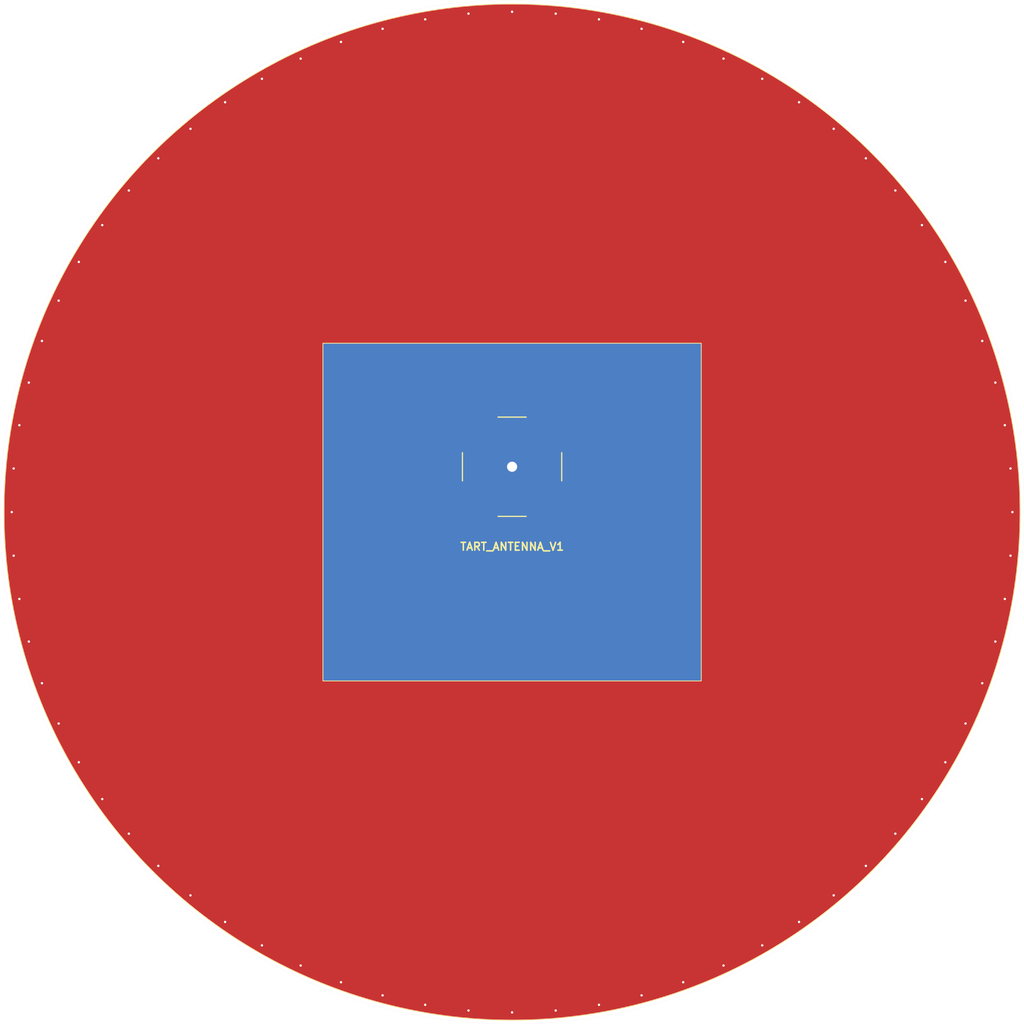
<source format=kicad_pcb>
(kicad_pcb (version 20240108) (generator "pcbnew") (generator_version "8.0")
  (title_block (title "TART_Antenna_V1") (date "2024-08-02") (company "Rikus Human"))
  (layers (0 "F.Cu" signal) (1 "In1.Cu" signal) (2 "In2.Cu" signal) (31 "B.Cu" signal) (34 "B.Paste" user) (35 "F.Paste" user) (36 "B.SilkS" user "B.Silkscreen") (37 "F.SilkS" user "F.Silkscreen") (38 "B.Mask" user) (39 "F.Mask" user) (44 "Edge.Cuts" user))
  (net 0 "")
  (net 1 "GND")
  (net 2 "/patch_element")
  (footprint "1_my_custom_lib:HJ Tech HJ-9ABL2-026" (layer "F.Cu") (at 100 94.2)
    (property "Reference" "J1" (hide yes))
    (property "Value" "Conn_Coaxial_Small")
    (fp_line (start -6.35 -1.8) (end -6.35 1.8) (stroke (width 0.16)) (layer "F.SilkS"))
    (fp_line (start -1.8 -6.35) (end 1.8 -6.35) (stroke (width 0.16)) (layer "F.SilkS"))
    (fp_line (start -1.8 6.35) (end 1.8 6.35) (stroke (width 0.16)) (layer "F.SilkS"))
    (fp_line (start 6.35 -1.8) (end 6.35 1.8) (stroke (width 0.16)) (layer "F.SilkS"))
    (pad "1" thru_hole circle (at 0 0) (size 2 2) (drill 1.3) (layers "*.Cu" "*.Mask") (net 2 "/patch_element"))
    (pad "2" smd circle (at -4.4 -4.4) (size 2.6 2.6) (layers "F.Cu" "F.Paste" "F.Mask") (net 1 "GND"))
    (pad "2" smd circle (at -4.4 4.4) (size 2.6 2.6) (layers "F.Cu" "F.Paste" "F.Mask") (net 1 "GND"))
    (pad "2" smd circle (at 4.4 -4.4) (size 2.6 2.6) (layers "F.Cu" "F.Paste" "F.Mask") (net 1 "GND"))
    (pad "2" smd circle (at 4.4 4.4) (size 2.6 2.6) (layers "F.Cu" "F.Paste" "F.Mask") (net 1 "GND"))
  )
  (gr_circle (center 100 100) (end 165 100) (stroke (width 0.1)) (fill none) (layer "F.SilkS"))
  (gr_rect (start 75.8 78.4) (end 124.2 121.6) (stroke (width 0.1)) (fill none) (layer "F.SilkS"))
  (gr_circle (center 100 100) (end 165.5 100) (stroke (width 0.01)) (fill none) (layer "Edge.Cuts"))
  (gr_text "TART_ANTENNA_V1" (at 100 105 0) (layer "F.SilkS") (effects (font (size 1 1) (thickness 0.2) (bold yes)) (justify bottom)))
  (via micro (at 111.113483 36.972304) (size 0.6) (drill 0.3) (layers "F.Cu" "In1.Cu") (net 1))
  (via micro (at 72.952431 158.003698) (size 0.6) (drill 0.3) (layers "F.Cu" "In1.Cu") (net 1))
  (via micro (at 105.577968 36.243539) (size 0.6) (drill 0.3) (layers "F.Cu" "In1.Cu") (net 1))
  (via micro (at 94.422032 163.756461) (size 0.6) (drill 0.3) (layers "F.Cu" "In1.Cu") (net 1))
  (via micro (at 136.708892 152.425731) (size 0.6) (drill 0.3) (layers "F.Cu" "In1.Cu") (net 1))
  (via micro (at 160.140328 78.110711) (size 0.6) (drill 0.3) (layers "F.Cu" "In1.Cu") (net 1))
  (via micro (at 58.861593 50.973156) (size 0.6) (drill 0.3) (layers "F.Cu" "In1.Cu") (net 1))
  (via micro (at 58.861593 149.026844) (size 0.6) (drill 0.3) (layers "F.Cu" "In1.Cu") (net 1))
  (via micro (at 88.886517 163.027696) (size 0.6) (drill 0.3) (layers "F.Cu" "In1.Cu") (net 1))
  (via micro (at 39.859672 78.110711) (size 0.6) (drill 0.3) (layers "F.Cu" "In1.Cu") (net 1))
  (via micro (at 111.113483 163.027696) (size 0.6) (drill 0.3) (layers "F.Cu" "In1.Cu") (net 1))
  (via micro (at 149.026844 141.138407) (size 0.6) (drill 0.3) (layers "F.Cu" "In1.Cu") (net 1))
  (via micro (at 121.889289 160.140328) (size 0.6) (drill 0.3) (layers "F.Cu" "In1.Cu") (net 1))
  (via micro (at 36.243539 105.577968) (size 0.6) (drill 0.3) (layers "F.Cu" "In1.Cu") (net 1))
  (via micro (at 78.110711 160.140328) (size 0.6) (drill 0.3) (layers "F.Cu" "In1.Cu") (net 1))
  (via micro (at 38.180747 116.564419) (size 0.6) (drill 0.3) (layers "F.Cu" "In1.Cu") (net 1))
  (via micro (at 63.291108 152.425731) (size 0.6) (drill 0.3) (layers "F.Cu" "In1.Cu") (net 1))
  (via micro (at 105.577968 163.756461) (size 0.6) (drill 0.3) (layers "F.Cu" "In1.Cu") (net 1))
  (via micro (at 163.027696 88.886517) (size 0.6) (drill 0.3) (layers "F.Cu" "In1.Cu") (net 1))
  (via micro (at 141.138407 50.973156) (size 0.6) (drill 0.3) (layers "F.Cu" "In1.Cu") (net 1))
  (via micro (at 38.180747 83.435581) (size 0.6) (drill 0.3) (layers "F.Cu" "In1.Cu") (net 1))
  (via micro (at 136.708892 47.574269) (size 0.6) (drill 0.3) (layers "F.Cu" "In1.Cu") (net 1))
  (via micro (at 68 44.574374) (size 0.6) (drill 0.3) (layers "F.Cu" "In1.Cu") (net 1))
  (via micro (at 161.819253 116.564419) (size 0.6) (drill 0.3) (layers "F.Cu" "In1.Cu") (net 1))
  (via micro (at 141.138407 149.026844) (size 0.6) (drill 0.3) (layers "F.Cu" "In1.Cu") (net 1))
  (via micro (at 158.003698 127.047569) (size 0.6) (drill 0.3) (layers "F.Cu" "In1.Cu") (net 1))
  (via micro (at 163.756461 105.577968) (size 0.6) (drill 0.3) (layers "F.Cu" "In1.Cu") (net 1))
  (via micro (at 83.435581 38.180747) (size 0.6) (drill 0.3) (layers "F.Cu" "In1.Cu") (net 1))
  (via micro (at 127.047569 158.003698) (size 0.6) (drill 0.3) (layers "F.Cu" "In1.Cu") (net 1))
  (via micro (at 164 100) (size 0.6) (drill 0.3) (layers "F.Cu" "In1.Cu") (net 1))
  (via micro (at 41.996302 72.952431) (size 0.6) (drill 0.3) (layers "F.Cu" "In1.Cu") (net 1))
  (via micro (at 47.574269 63.291108) (size 0.6) (drill 0.3) (layers "F.Cu" "In1.Cu") (net 1))
  (via micro (at 155.425626 68) (size 0.6) (drill 0.3) (layers "F.Cu" "In1.Cu") (net 1))
  (via micro (at 160.140328 121.889289) (size 0.6) (drill 0.3) (layers "F.Cu" "In1.Cu") (net 1))
  (via micro (at 41.996302 127.047569) (size 0.6) (drill 0.3) (layers "F.Cu" "In1.Cu") (net 1))
  (via micro (at 47.574269 136.708892) (size 0.6) (drill 0.3) (layers "F.Cu" "In1.Cu") (net 1))
  (via micro (at 36.972304 88.886517) (size 0.6) (drill 0.3) (layers "F.Cu" "In1.Cu") (net 1))
  (via micro (at 44.574374 68) (size 0.6) (drill 0.3) (layers "F.Cu" "In1.Cu") (net 1))
  (via micro (at 72.952431 41.996302) (size 0.6) (drill 0.3) (layers "F.Cu" "In1.Cu") (net 1))
  (via micro (at 50.973156 141.138407) (size 0.6) (drill 0.3) (layers "F.Cu" "In1.Cu") (net 1))
  (via micro (at 155.425626 132) (size 0.6) (drill 0.3) (layers "F.Cu" "In1.Cu") (net 1))
  (via micro (at 36.243539 94.422032) (size 0.6) (drill 0.3) (layers "F.Cu" "In1.Cu") (net 1))
  (via micro (at 127.047569 41.996302) (size 0.6) (drill 0.3) (layers "F.Cu" "In1.Cu") (net 1))
  (via micro (at 116.564419 161.819253) (size 0.6) (drill 0.3) (layers "F.Cu" "In1.Cu") (net 1))
  (via micro (at 158.003698 72.952431) (size 0.6) (drill 0.3) (layers "F.Cu" "In1.Cu") (net 1))
  (via micro (at 132 155.425626) (size 0.6) (drill 0.3) (layers "F.Cu" "In1.Cu") (net 1))
  (via micro (at 152.425731 63.291108) (size 0.6) (drill 0.3) (layers "F.Cu" "In1.Cu") (net 1))
  (via micro (at 39.859672 121.889289) (size 0.6) (drill 0.3) (layers "F.Cu" "In1.Cu") (net 1))
  (via micro (at 161.819253 83.435581) (size 0.6) (drill 0.3) (layers "F.Cu" "In1.Cu") (net 1))
  (via micro (at 149.026844 58.861593) (size 0.6) (drill 0.3) (layers "F.Cu" "In1.Cu") (net 1))
  (via micro (at 68 155.425626) (size 0.6) (drill 0.3) (layers "F.Cu" "In1.Cu") (net 1))
  (via micro (at 152.425731 136.708892) (size 0.6) (drill 0.3) (layers "F.Cu" "In1.Cu") (net 1))
  (via micro (at 145.254834 145.254834) (size 0.6) (drill 0.3) (layers "F.Cu" "In1.Cu") (net 1))
  (via micro (at 36.972304 111.113483) (size 0.6) (drill 0.3) (layers "F.Cu" "In1.Cu") (net 1))
  (via micro (at 54.745166 54.745166) (size 0.6) (drill 0.3) (layers "F.Cu" "In1.Cu") (net 1))
  (via micro (at 50.973156 58.861593) (size 0.6) (drill 0.3) (layers "F.Cu" "In1.Cu") (net 1))
  (via micro (at 94.422032 36.243539) (size 0.6) (drill 0.3) (layers "F.Cu" "In1.Cu") (net 1))
  (via micro (at 44.574374 132) (size 0.6) (drill 0.3) (layers "F.Cu" "In1.Cu") (net 1))
  (via micro (at 132 44.574374) (size 0.6) (drill 0.3) (layers "F.Cu" "In1.Cu") (net 1))
  (via micro (at 78.110711 39.859672) (size 0.6) (drill 0.3) (layers "F.Cu" "In1.Cu") (net 1))
  (via micro (at 54.745166 145.254834) (size 0.6) (drill 0.3) (layers "F.Cu" "In1.Cu") (net 1))
  (via micro (at 145.254834 54.745166) (size 0.6) (drill 0.3) (layers "F.Cu" "In1.Cu") (net 1))
  (via micro (at 100 164) (size 0.6) (drill 0.3) (layers "F.Cu" "In1.Cu") (net 1))
  (via micro (at 83.435581 161.819253) (size 0.6) (drill 0.3) (layers "F.Cu" "In1.Cu") (net 1))
  (via micro (at 88.886517 36.972304) (size 0.6) (drill 0.3) (layers "F.Cu" "In1.Cu") (net 1))
  (via micro (at 163.027696 111.113483) (size 0.6) (drill 0.3) (layers "F.Cu" "In1.Cu") (net 1))
  (via micro (at 100 36) (size 0.6) (drill 0.3) (layers "F.Cu" "In1.Cu") (net 1))
  (via micro (at 63.291108 47.574269) (size 0.6) (drill 0.3) (layers "F.Cu" "In1.Cu") (net 1))
  (via micro (at 163.756461 94.422032) (size 0.6) (drill 0.3) (layers "F.Cu" "In1.Cu") (net 1))
  (via micro (at 36 100) (size 0.6) (drill 0.3) (layers "F.Cu" "In1.Cu") (net 1))
  (via micro (at 121.889289 39.859672) (size 0.6) (drill 0.3) (layers "F.Cu" "In1.Cu") (net 1))
  (via micro (at 116.564419 38.180747) (size 0.6) (drill 0.3) (layers "F.Cu" "In1.Cu") (net 1))
  (zone (net 1) (net_name "GND") (layer "F.Cu") (connect_pads yes (clearance 0)) (min_thickness 0.01) (fill yes (thermal_gap 0.01) (thermal_bridge_width 0.01))
    (polygon (pts (xy 165 100) (xy 164.980114 98.392262) (xy 164.920467 96.785508) (xy 164.821096 95.180721) (xy 164.682063 93.578883) (xy 164.503451 91.980974) (xy 164.285371 90.387971) (xy 164.027955 88.80085) (xy 163.731362 87.220581) (xy 163.395772 85.648132) (xy 163.021391 84.084465) (xy 162.608449 82.530536) (xy 162.157197 80.987297) (xy 161.667912 79.455691) (xy 161.140893 77.936656) (xy 160.576464 76.431121) (xy 159.974968 74.940008) (xy 159.336775 73.464228) (xy 158.662274 72.004685) (xy 157.951878 70.562273) (xy 157.206023 69.137872) (xy 156.425164 67.732356) (xy 155.60978 66.346584) (xy 154.760368 64.981404) (xy 153.87745 63.637651) (xy 152.961565 62.316148) (xy 152.013273 61.017703) (xy 151.033155 59.743111) (xy 150.021811 58.493152) (xy 148.979859 57.26859) (xy 147.907937 56.070174) (xy 146.806701 54.898639) (xy 145.676824 53.7547) (xy 144.518999 52.639059) (xy 143.333933 51.552397) (xy 142.122351 50.495379) (xy 140.884996 49.468652) (xy 139.622623 48.472845) (xy 138.336006 47.508566) (xy 137.025932 46.576406) (xy 135.693202 45.676936) (xy 134.338632 44.810705) (xy 132.963051 43.978243) (xy 131.5673 43.18006) (xy 130.152234 42.416645) (xy 128.718718 41.688464) (xy 127.267629 40.995963) (xy 125.799856 40.339565) (xy 124.316296 39.719673) (xy 122.817857 39.136666) (xy 121.305456 38.5909) (xy 119.780019 38.08271) (xy 118.242479 37.612405) (xy 116.693776 37.180275) (xy 115.134859 36.786583) (xy 113.566681 36.431571) (xy 111.990201 36.115455) (xy 110.406386 35.838429) (xy 108.816202 35.600663) (xy 107.220624 35.402302) (xy 105.620628 35.243467) (xy 104.017193 35.124256) (xy 102.411299 35.044741) (xy 100.80393 35.004972) (xy 99.19607 35.004972) (xy 97.588701 35.044741) (xy 95.982807 35.124256) (xy 94.379372 35.243467) (xy 92.779376 35.402302) (xy 91.183798 35.600663) (xy 89.593614 35.838429) (xy 88.009799 36.115455) (xy 86.433319 36.431571) (xy 84.865141 36.786583) (xy 83.306224 37.180275) (xy 81.757521 37.612405) (xy 80.219981 38.08271) (xy 78.694544 38.5909) (xy 77.182143 39.136666) (xy 75.683704 39.719673) (xy 74.200144 40.339565) (xy 72.732371 40.995963) (xy 71.281282 41.688464) (xy 69.847766 42.416645) (xy 68.4327 43.18006) (xy 67.036949 43.978243) (xy 65.661368 44.810705) (xy 64.306798 45.676936) (xy 62.974068 46.576406) (xy 61.663994 47.508566) (xy 60.377377 48.472845) (xy 59.115004 49.468652) (xy 57.877649 50.495379) (xy 56.666067 51.552397) (xy 55.481001 52.639059) (xy 54.323176 53.7547) (xy 53.193299 54.898639) (xy 52.092063 56.070174) (xy 51.020141 57.26859) (xy 49.978189 58.493152) (xy 48.966845 59.743111) (xy 47.986727 61.017703) (xy 47.038435 62.316148) (xy 46.12255 63.637651) (xy 45.239632 64.981404) (xy 44.39022 66.346584) (xy 43.574836 67.732356) (xy 42.793977 69.137872) (xy 42.048122 70.562273) (xy 41.337726 72.004685) (xy 40.663225 73.464228) (xy 40.025032 74.940008) (xy 39.423536 76.431121) (xy 38.859107 77.936656) (xy 38.332088 79.455691) (xy 37.842803 80.987297) (xy 37.391551 82.530536) (xy 36.978609 84.084465) (xy 36.604228 85.648132) (xy 36.268638 87.220581) (xy 35.972045 88.80085) (xy 35.714629 90.387971) (xy 35.496549 91.980974) (xy 35.317937 93.578883) (xy 35.178904 95.180721) (xy 35.079533 96.785508) (xy 35.019886 98.392262) (xy 35 100) (xy 35.019886 101.607738) (xy 35.079533 103.214492) (xy 35.178904 104.819279) (xy 35.317937 106.421117) (xy 35.496549 108.019026) (xy 35.714629 109.612029) (xy 35.972045 111.19915) (xy 36.268638 112.779419) (xy 36.604228 114.351868) (xy 36.978609 115.915535) (xy 37.391551 117.469464) (xy 37.842803 119.012703) (xy 38.332088 120.544309) (xy 38.859107 122.063344) (xy 39.423536 123.568879) (xy 40.025032 125.059992) (xy 40.663225 126.535772) (xy 41.337726 127.995315) (xy 42.048122 129.437727) (xy 42.793977 130.862128) (xy 43.574836 132.267644) (xy 44.39022 133.653416) (xy 45.239632 135.018596) (xy 46.12255 136.362349) (xy 47.038435 137.683852) (xy 47.986727 138.982297) (xy 48.966845 140.256889) (xy 49.978189 141.506848) (xy 51.020141 142.73141) (xy 52.092063 143.929826) (xy 53.193299 145.101361) (xy 54.323176 146.2453) (xy 55.481001 147.360941) (xy 56.666067 148.447603) (xy 57.877649 149.504621) (xy 59.115004 150.531348) (xy 60.377377 151.527155) (xy 61.663994 152.491434) (xy 62.974068 153.423594) (xy 64.306798 154.323064) (xy 65.661368 155.189295) (xy 67.036949 156.021757) (xy 68.4327 156.81994) (xy 69.847766 157.583355) (xy 71.281282 158.311536) (xy 72.732371 159.004037) (xy 74.200144 159.660435) (xy 75.683704 160.280327) (xy 77.182143 160.863334) (xy 78.694544 161.4091) (xy 80.219981 161.91729) (xy 81.757521 162.387595) (xy 83.306224 162.819725) (xy 84.865141 163.213417) (xy 86.433319 163.568429) (xy 88.009799 163.884545) (xy 89.593614 164.161571) (xy 91.183798 164.399337) (xy 92.779376 164.597698) (xy 94.379372 164.756533) (xy 95.982807 164.875744) (xy 97.588701 164.955259) (xy 99.19607 164.995028) (xy 100.80393 164.995028) (xy 102.411299 164.955259) (xy 104.017193 164.875744) (xy 105.620628 164.756533) (xy 107.220624 164.597698) (xy 108.816202 164.399337) (xy 110.406386 164.161571) (xy 111.990201 163.884545) (xy 113.566681 163.568429) (xy 115.134859 163.213417) (xy 116.693776 162.819725) (xy 118.242479 162.387595) (xy 119.780019 161.91729) (xy 121.305456 161.4091) (xy 122.817857 160.863334) (xy 124.316296 160.280327) (xy 125.799856 159.660435) (xy 127.267629 159.004037) (xy 128.718718 158.311536) (xy 130.152234 157.583355) (xy 131.5673 156.81994) (xy 132.963051 156.021757) (xy 134.338632 155.189295) (xy 135.693202 154.323064) (xy 137.025932 153.423594) (xy 138.336006 152.491434) (xy 139.622623 151.527155) (xy 140.884996 150.531348) (xy 142.122351 149.504621) (xy 143.333933 148.447603) (xy 144.518999 147.360941) (xy 145.676824 146.2453) (xy 146.806701 145.101361) (xy 147.907937 143.929826) (xy 148.979859 142.73141) (xy 150.021811 141.506848) (xy 151.033155 140.256889) (xy 152.013273 138.982297) (xy 152.961565 137.683852) (xy 153.87745 136.362349) (xy 154.760368 135.018596) (xy 155.60978 133.653416) (xy 156.425164 132.267644) (xy 157.206023 130.862128) (xy 157.951878 129.437727) (xy 158.662274 127.995315) (xy 159.336775 126.535772) (xy 159.974968 125.059992) (xy 160.576464 123.568879) (xy 161.140893 122.063344) (xy 161.667912 120.544309) (xy 162.157197 119.012703) (xy 162.608449 117.469464) (xy 163.021391 115.915535) (xy 163.395772 114.351868) (xy 163.731362 112.779419) (xy 164.027955 111.19915) (xy 164.285371 109.612029) (xy 164.503451 108.019026) (xy 164.682063 106.421117) (xy 164.821096 104.819279) (xy 164.920467 103.214492) (xy 164.980114 101.607738)))
  )
  (zone (net 0) (net_name "") (layers "F.Cu" "In1.Cu" "Edge.Cuts") (connect_pads (clearance 0)) (min_thickness 0.25)
    (keepout (tracks allowed) (vias allowed) (pads allowed) (copperpour not_allowed) (footprints allowed))
    (fill (thermal_gap 0.5) (thermal_bridge_width 0.5))
    (polygon (pts (xy 102 94.2) (xy 101.979643 93.91537) (xy 101.918986 93.636535) (xy 101.819264 93.36917) (xy 101.682507 93.118718) (xy 101.511499 92.890279) (xy 101.309721 92.688501) (xy 101.081282 92.517493) (xy 100.83083 92.380736) (xy 100.563465 92.281014) (xy 100.28463 92.220357) (xy 100 92.2) (xy 99.71537 92.220357) (xy 99.436535 92.281014) (xy 99.16917 92.380736) (xy 98.918718 92.517493) (xy 98.690279 92.688501) (xy 98.488501 92.890279) (xy 98.317493 93.118718) (xy 98.180736 93.36917) (xy 98.081014 93.636535) (xy 98.020357 93.91537) (xy 98 94.2) (xy 98.020357 94.48463) (xy 98.081014 94.763465) (xy 98.180736 95.03083) (xy 98.317493 95.281282) (xy 98.488501 95.509721) (xy 98.690279 95.711499) (xy 98.918718 95.882507) (xy 99.16917 96.019264) (xy 99.436535 96.118986) (xy 99.71537 96.179643) (xy 100 96.2) (xy 100.28463 96.179643) (xy 100.563465 96.118986) (xy 100.83083 96.019264) (xy 101.081282 95.882507) (xy 101.309721 95.711499) (xy 101.511499 95.509721) (xy 101.682507 95.281282) (xy 101.819264 95.03083) (xy 101.918986 94.763465) (xy 101.979643 94.48463)))
  )
  (zone (net 2) (net_name "/patch_element") (layer "B.Cu") (connect_pads yes (clearance 0)) (min_thickness 0.25) (fill yes (thermal_gap 0.5) (thermal_bridge_width 0.5))
    (polygon (pts (xy 75.8 78.4) (xy 124.2 78.4) (xy 124.2 121.6) (xy 75.8 121.6)))
  )
)
</source>
